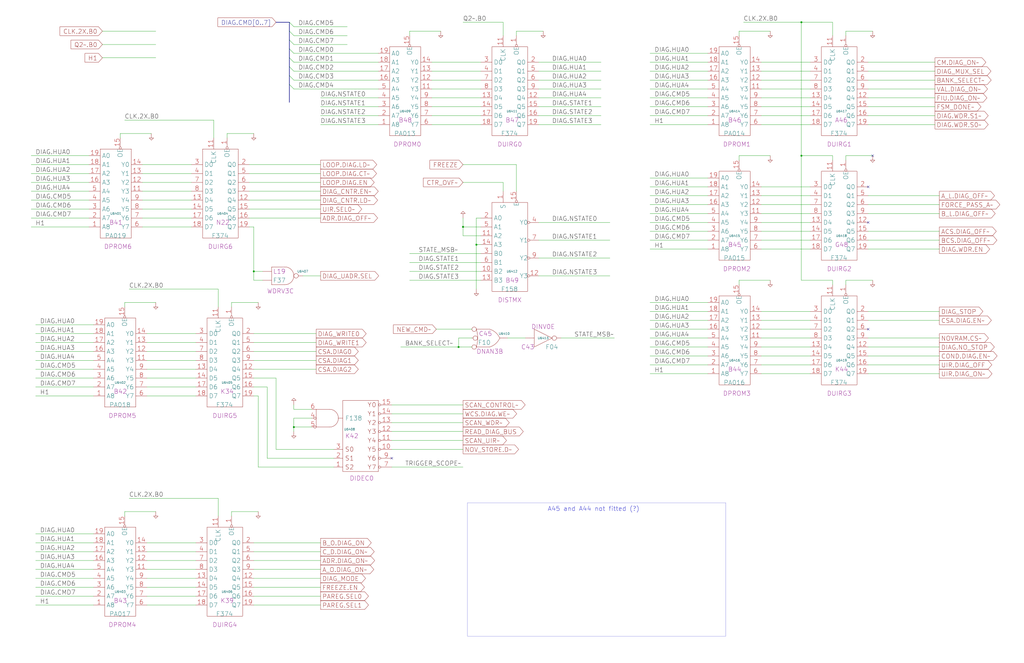
<source format=kicad_sch>
(kicad_sch (version 20230121) (generator eeschema)
  (paper "User" 584.2 378.46)
  (title_block (title "DIAGNOSTIC PROCESSOR\\nFINITE STATE MACHINE") (date "22-MAR-90") (rev "1.0") (comment 1 "VALUE") (comment 2 "232-003063") (comment 3 "S400") (comment 4 "RELEASED"))
  (lib_symbols
    (symbol "r1000:F04" (pin_numbers hide) (pin_names hide)
      (property "Reference" "U" (at 0 0 0))
      (property "Value" "F04" (at 1.27 -5.08 0))
      (property "Location" "___" (at -12.7 -5.08 0))
      (property "Name" "______" (at 0 5.08 0))
      (symbol "F04_1_1"
        (pin input line (at -10.16 0 0) (length 2.54) (name "D0") (number "1"))
        (pin output line (at 10.16 0 180) (length 2.54) (name "Q") (number "2"))
      )
    )
    (symbol "r1000:F10" (pin_numbers hide) (pin_names hide)
      (property "Reference" "U" (at 13.335 0 0))
      (property "Value" "F10" (at 5.715 -5.08 0))
      (property "Location" "___" (at -1.27 0 0))
      (property "Name" "______" (at -2.54 -10.16 0))
      (symbol "F10_1_1"
        (pin input line (at -5.08 2.54 0) (length 2.54) (name "D0") (number "1"))
        (pin input line (at -5.08 -2.54 0) (length 2.54) (name "D1") (number "2"))
        (pin input line (at -5.08 -7.62 0) (length 2.54) (name "D2") (number "3"))
        (pin output line (at 15.24 -2.54 180) (length 2.54) (name "Q") (number "4"))
      )
      (symbol "F10_1_2"
        (pin input line (at -5.08 2.54 0) (length 0) (name "D0") (number "1"))
        (pin input line (at -5.08 -2.54 0) (length 0) (name "D1") (number "2"))
        (pin input line (at -5.08 -7.62 0) (length 0) (name "D2") (number "3"))
        (pin output line (at 15.24 -2.54 180) (length 2.54) (name "Q") (number "4"))
      )
    )
    (symbol "r1000:F138" (pin_names (offset 1.016) hide)
      (property "Reference" "U" (at 1.27 3.81 0))
      (property "Value" "F138" (at -1.27 10.16 0))
      (property "Location" "___" (at -1.27 0 0))
      (property "Name" "______" (at 8.255 -24.13 0))
      (symbol "F138_1_1"
        (text "0" (at 2.54 -7.62 0) (effects (font (size 2.54 2.54))))
        (text "0" (at 15.24 17.78 0) (effects (font (size 2.54 2.54))))
        (text "1" (at 2.54 -12.7 0) (effects (font (size 2.54 2.54))))
        (text "1" (at 15.24 12.7 0) (effects (font (size 2.54 2.54))))
        (text "2" (at 2.54 -17.78 0) (effects (font (size 2.54 2.54))))
        (text "2" (at 15.24 7.62 0) (effects (font (size 2.54 2.54))))
        (text "3" (at 15.24 2.54 0) (effects (font (size 2.54 2.54))))
        (text "4" (at 15.24 -2.54 0) (effects (font (size 2.54 2.54))))
        (text "5" (at 15.24 -7.62 0) (effects (font (size 2.54 2.54))))
        (text "6" (at 15.24 -12.7 0) (effects (font (size 2.54 2.54))))
        (text "7" (at 15.24 -17.78 0) (effects (font (size 2.54 2.54))))
        (text "S" (at 0 -17.78 0) (effects (font (size 2.54 2.54))))
        (text "S" (at 0 -12.7 0) (effects (font (size 2.54 2.54))))
        (text "S" (at 0 -7.62 0) (effects (font (size 2.54 2.54))))
        (text "Y" (at 12.7 -17.78 0) (effects (font (size 2.54 2.54))))
        (text "Y" (at 12.7 -12.7 0) (effects (font (size 2.54 2.54))))
        (text "Y" (at 12.7 -7.62 0) (effects (font (size 2.54 2.54))))
        (text "Y" (at 12.7 -2.54 0) (effects (font (size 2.54 2.54))))
        (text "Y" (at 12.7 2.54 0) (effects (font (size 2.54 2.54))))
        (text "Y" (at 12.7 7.62 0) (effects (font (size 2.54 2.54))))
        (text "Y" (at 12.7 12.7 0) (effects (font (size 2.54 2.54))))
        (text "Y" (at 12.7 17.78 0) (effects (font (size 2.54 2.54))))
        (pin input line (at -7.62 -17.78 0) (length 5.08) (name "S2") (number "1"))
        (pin output line (at 25.4 -7.62 180) (length 6.35) (name "Y5_") (number "10"))
        (pin output line (at 25.4 -2.54 180) (length 6.35) (name "Y4_") (number "11"))
        (pin output line (at 25.4 2.54 180) (length 6.35) (name "Y3_") (number "12"))
        (pin output line (at 25.4 7.62 180) (length 6.35) (name "Y2_") (number "13"))
        (pin output line (at 25.4 12.7 180) (length 6.35) (name "Y1_") (number "14"))
        (pin output line (at 25.4 17.78 180) (length 6.35) (name "Y0_") (number "15"))
        (pin input line (at -7.62 -12.7 0) (length 5.08) (name "S1") (number "2"))
        (pin input line (at -7.62 -7.62 0) (length 5.08) (name "S0") (number "3"))
        (pin input line (at -20.32 10.16 0) (length 1.27) (name "D1") (number "4"))
        (pin input line (at -20.32 5.08 0) (length 1.27) (name "D2") (number "5"))
        (pin input line (at -20.32 15.24 0) (length 1.27) (name "D0") (number "6"))
        (pin output line (at 25.4 -17.78 180) (length 6.35) (name "Y7_") (number "7"))
        (pin output line (at 25.4 -12.7 180) (length 6.35) (name "Y6_") (number "9"))
      )
    )
    (symbol "r1000:F158" (pin_names (offset 1.016))
      (property "Reference" "U" (at 2.54 5.08 0))
      (property "Value" "F158" (at -3.81 -5.08 0))
      (property "Location" "___" (at -1.27 0 0))
      (property "Name" "______" (at 1.27 -12.7 0))
      (symbol "F158_1_1"
        (pin input line (at -2.54 50.8 270) (length 6.35) (name "S") (number "1"))
        (pin input line (at -15.24 5.08 0) (length 6.35) (name "B2") (number "10"))
        (pin input line (at -15.24 25.4 0) (length 6.35) (name "A2") (number "11"))
        (pin output line (at 17.78 2.54 180) (length 5.08) (name "Y3") (number "12"))
        (pin input line (at -15.24 0 0) (length 6.35) (name "B3") (number "13"))
        (pin input line (at -15.24 20.32 0) (length 6.35) (name "A3") (number "14"))
        (pin input line (at 5.08 50.8 270) (length 5.08) (name "E") (number "15"))
        (pin input line (at -15.24 35.56 0) (length 6.35) (name "A0") (number "2"))
        (pin input line (at -15.24 15.24 0) (length 6.35) (name "B0") (number "3"))
        (pin output line (at 17.78 33.02 180) (length 5.08) (name "Y0") (number "4"))
        (pin input line (at -15.24 30.48 0) (length 6.35) (name "A1") (number "5"))
        (pin input line (at -15.24 10.16 0) (length 6.35) (name "B1") (number "6"))
        (pin output line (at 17.78 22.86 180) (length 5.08) (name "Y1") (number "7"))
        (pin output line (at 17.78 12.7 180) (length 5.08) (name "Y2") (number "9"))
      )
    )
    (symbol "r1000:F37" (pin_numbers hide) (pin_names (offset 0) hide)
      (property "Reference" "U" (at 15.24 0 0))
      (property "Value" "F37" (at 1.905 -5.08 0))
      (property "Location" "___" (at 1.905 0 0))
      (property "Name" "______" (at 2.54 -12.7 0))
      (symbol "F37_1_1"
        (pin input line (at -7.62 0 0) (length 5.08) (name "D0") (number "1"))
        (pin input line (at -7.62 -5.08 0) (length 5.08) (name "D1") (number "2"))
        (pin output line (at 15.24 -2.54 180) (length 2.54) (name "Q") (number "3"))
      )
      (symbol "F37_1_2"
        (pin input line (at -7.62 0 0) (length 2.54) (name "D0") (number "1"))
        (pin input line (at -7.62 -5.08 0) (length 2.54) (name "D1") (number "2"))
        (pin output line (at 15.24 -2.54 180) (length 5.08) (name "Q") (number "3"))
      )
    )
    (symbol "r1000:F374" (pin_names (offset 1.016))
      (property "Reference" "U" (at 2.54 5.08 0))
      (property "Value" "F374" (at -3.81 -7.62 0))
      (property "Location" "___" (at -1.27 0 0))
      (property "Name" "______" (at 1.27 -15.24 0))
      (symbol "F374_1_1"
        (pin input line (at 5.08 48.26 270) (length 5.08) (name "OE") (number "1"))
        (pin input line (at -2.54 48.26 270) (length 6.35) (name "CLK") (number "11"))
        (pin tri_state line (at 17.78 12.7 180) (length 6.35) (name "Q4") (number "12"))
        (pin input line (at -15.24 12.7 0) (length 6.35) (name "D4") (number "13"))
        (pin input line (at -15.24 7.62 0) (length 6.35) (name "D5") (number "14"))
        (pin tri_state line (at 17.78 7.62 180) (length 6.35) (name "Q5") (number "15"))
        (pin tri_state line (at 17.78 2.54 180) (length 6.35) (name "Q6") (number "16"))
        (pin input line (at -15.24 2.54 0) (length 6.35) (name "D6") (number "17"))
        (pin input line (at -15.24 -2.54 0) (length 6.35) (name "D7") (number "18"))
        (pin tri_state line (at 17.78 -2.54 180) (length 6.35) (name "Q7") (number "19"))
        (pin tri_state line (at 17.78 33.02 180) (length 6.35) (name "Q0") (number "2"))
        (pin input line (at -15.24 33.02 0) (length 6.35) (name "D0") (number "3"))
        (pin input line (at -15.24 27.94 0) (length 6.35) (name "D1") (number "4"))
        (pin tri_state line (at 17.78 27.94 180) (length 6.35) (name "Q1") (number "5"))
        (pin tri_state line (at 17.78 22.86 180) (length 6.35) (name "Q2") (number "6"))
        (pin input line (at -15.24 22.86 0) (length 6.35) (name "D2") (number "7"))
        (pin input line (at -15.24 17.78 0) (length 6.35) (name "D3") (number "8"))
        (pin tri_state line (at 17.78 17.78 180) (length 6.35) (name "Q3") (number "9"))
      )
    )
    (symbol "r1000:PAxxx" (pin_names (offset 1.016))
      (property "Reference" "U" (at 2.54 5.08 0))
      (property "Value" "PAxxx" (at -3.81 -7.62 0))
      (property "Location" "___" (at -1.27 0 0))
      (property "Name" "______" (at 3.81 -15.24 0))
      (symbol "PAxxx_1_1"
        (pin input line (at -12.7 -2.54 0) (length 6.35) (name "A8") (number "1"))
        (pin tri_state line (at 17.78 17.78 180) (length 6.35) (name "Y3") (number "11"))
        (pin tri_state line (at 17.78 22.86 180) (length 6.35) (name "Y2") (number "12"))
        (pin tri_state line (at 17.78 27.94 180) (length 6.35) (name "Y1") (number "13"))
        (pin tri_state line (at 17.78 33.02 180) (length 6.35) (name "Y0") (number "14"))
        (pin input line (at 5.08 48.26 270) (length 5.08) (name "OE") (number "15"))
        (pin input line (at -12.7 22.86 0) (length 6.35) (name "A3") (number "16"))
        (pin input line (at -12.7 27.94 0) (length 6.35) (name "A2") (number "17"))
        (pin input line (at -12.7 33.02 0) (length 6.35) (name "A1") (number "18"))
        (pin input line (at -12.7 38.1 0) (length 6.35) (name "A0") (number "19"))
        (pin input line (at -12.7 2.54 0) (length 6.35) (name "A7") (number "2"))
        (pin input line (at -12.7 7.62 0) (length 6.35) (name "A6") (number "3"))
        (pin input line (at -12.7 12.7 0) (length 6.35) (name "A5") (number "4"))
        (pin input line (at -12.7 17.78 0) (length 6.35) (name "A4") (number "5"))
        (pin tri_state line (at 17.78 -2.54 180) (length 6.35) (name "Y7") (number "6"))
        (pin tri_state line (at 17.78 2.54 180) (length 6.35) (name "Y6") (number "7"))
        (pin tri_state line (at 17.78 7.62 180) (length 6.35) (name "Y5") (number "8"))
        (pin tri_state line (at 17.78 12.7 180) (length 6.35) (name "Y4") (number "9"))
      )
    )
    (symbol "r1000:PD" (power) (pin_numbers hide) (pin_names hide) (in_bom no)
      (symbol "PD_1_1"
        (pin power_in line (at 0 0 270) (length 2.54) (name "PD") (number "1"))
      )
    )
    (symbol "r1000:PU" (power) (pin_numbers hide) (pin_names hide)
      (symbol "PU_1_1"
        (pin power_in line (at 0 0 90) (length 2.54) (name "PU") (number "1"))
      )
    )
  )
  (junction (at 457.2 12.7))
  (junction (at 264.16 129.54))
  (junction (at 144.78 154.94))
  (junction (at 261.62 198.12))
  (junction (at 167.64 243.84))
  (junction (at 457.2 88.9))
  (junction (at 271.78 139.7))
  (no_connect (at 497.84 88.9))
  (no_connect (at 223.52 261.62))
  (no_connect (at 495.3 127))
  (no_connect (at 495.3 106.68))
  (no_connect (at 495.3 187.96))
  (bus_entry (at 165.1 33.02) (size 2.54 2.54))
  (bus_entry (at 165.1 22.86) (size 2.54 2.54))
  (bus_entry (at 165.1 48.26) (size 2.54 2.54))
  (bus_entry (at 165.1 17.78) (size 2.54 2.54))
  (bus_entry (at 165.1 43.18) (size 2.54 2.54))
  (bus_entry (at 165.1 27.94) (size 2.54 2.54))
  (bus_entry (at 165.1 12.7) (size 2.54 2.54))
  (bus_entry (at 165.1 38.1) (size 2.54 2.54))
  (wire (pts (xy 274.32 124.46) (xy 271.78 124.46)))
  (wire (pts (xy 20.32 185.42) (xy 53.34 185.42)))
  (wire (pts (xy 495.3 116.84) (xy 535.94 116.84)))
  (wire (pts (xy 144.78 190.5) (xy 180.34 190.5)))
  (wire (pts (xy 439.42 160.02) (xy 421.64 160.02)))
  (wire (pts (xy 434.34 187.96) (xy 462.28 187.96)))
  (wire (pts (xy 497.84 88.9) (xy 482.6 88.9)))
  (wire (pts (xy 233.68 160.02) (xy 274.32 160.02)))
  (wire (pts (xy 495.3 55.88) (xy 533.4 55.88)))
  (wire (pts (xy 142.24 109.22) (xy 182.88 109.22)))
  (wire (pts (xy 495.3 177.8) (xy 535.94 177.8)))
  (wire (pts (xy 495.3 142.24) (xy 535.94 142.24)))
  (wire (pts (xy 132.08 172.72) (xy 132.08 175.26)))
  (wire (pts (xy 157.48 215.9) (xy 144.78 215.9)))
  (wire (pts (xy 182.88 71.12) (xy 215.9 71.12)))
  (wire (pts (xy 495.3 203.2) (xy 535.94 203.2)))
  (wire (pts (xy 495.3 71.12) (xy 533.4 71.12)))
  (wire (pts (xy 83.82 340.36) (xy 111.76 340.36)))
  (bus (pts (xy 157.48 12.7) (xy 165.1 12.7)))
  (wire (pts (xy 307.34 55.88) (xy 342.9 55.88)))
  (wire (pts (xy 434.34 55.88) (xy 462.28 55.88)))
  (wire (pts (xy 439.42 88.9) (xy 421.64 88.9)))
  (wire (pts (xy 482.6 88.9) (xy 482.6 91.44)))
  (wire (pts (xy 246.38 60.96) (xy 274.32 60.96)))
  (wire (pts (xy 17.78 93.98) (xy 50.8 93.98)))
  (wire (pts (xy 320.04 193.04) (xy 350.52 193.04)))
  (wire (pts (xy 434.34 121.92) (xy 462.28 121.92)))
  (wire (pts (xy 289.56 193.04) (xy 299.72 193.04)))
  (wire (pts (xy 370.84 50.8) (xy 403.86 50.8)))
  (wire (pts (xy 370.84 193.04) (xy 403.86 193.04)))
  (bus (pts (xy 165.1 17.78) (xy 165.1 22.86)))
  (wire (pts (xy 370.84 203.2) (xy 403.86 203.2)))
  (wire (pts (xy 370.84 111.76) (xy 403.86 111.76)))
  (bus (pts (xy 165.1 27.94) (xy 165.1 33.02)))
  (wire (pts (xy 83.82 190.5) (xy 111.76 190.5)))
  (wire (pts (xy 147.32 226.06) (xy 144.78 226.06)))
  (wire (pts (xy 223.52 256.54) (xy 264.16 256.54)))
  (wire (pts (xy 495.3 137.16) (xy 535.94 137.16)))
  (wire (pts (xy 167.64 40.64) (xy 215.9 40.64)))
  (wire (pts (xy 182.88 66.04) (xy 215.9 66.04)))
  (wire (pts (xy 233.68 17.78) (xy 233.68 20.32)))
  (wire (pts (xy 83.82 330.2) (xy 111.76 330.2)))
  (wire (pts (xy 144.78 345.44) (xy 182.88 345.44)))
  (wire (pts (xy 307.34 35.56) (xy 342.9 35.56)))
  (wire (pts (xy 434.34 203.2) (xy 462.28 203.2)))
  (wire (pts (xy 246.38 71.12) (xy 274.32 71.12)))
  (wire (pts (xy 223.52 236.22) (xy 264.16 236.22)))
  (wire (pts (xy 434.34 177.8) (xy 462.28 177.8)))
  (wire (pts (xy 144.78 340.36) (xy 182.88 340.36)))
  (wire (pts (xy 264.16 12.7) (xy 287.02 12.7)))
  (wire (pts (xy 370.84 66.04) (xy 403.86 66.04)))
  (wire (pts (xy 182.88 60.96) (xy 215.9 60.96)))
  (wire (pts (xy 474.98 91.44) (xy 474.98 88.9)))
  (wire (pts (xy 83.82 325.12) (xy 111.76 325.12)))
  (bus (pts (xy 165.1 43.18) (xy 165.1 48.26)))
  (wire (pts (xy 144.78 210.82) (xy 180.34 210.82)))
  (wire (pts (xy 495.3 111.76) (xy 535.94 111.76)))
  (wire (pts (xy 177.8 233.68) (xy 167.64 233.68)))
  (wire (pts (xy 142.24 114.3) (xy 182.88 114.3)))
  (wire (pts (xy 370.84 213.36) (xy 403.86 213.36)))
  (wire (pts (xy 223.52 251.46) (xy 264.16 251.46)))
  (wire (pts (xy 83.82 205.74) (xy 111.76 205.74)))
  (bus (pts (xy 165.1 33.02) (xy 165.1 38.1)))
  (wire (pts (xy 20.32 226.06) (xy 53.34 226.06)))
  (wire (pts (xy 81.28 124.46) (xy 109.22 124.46)))
  (wire (pts (xy 246.38 55.88) (xy 274.32 55.88)))
  (wire (pts (xy 497.84 17.78) (xy 482.6 17.78)))
  (wire (pts (xy 17.78 129.54) (xy 50.8 129.54)))
  (wire (pts (xy 144.78 195.58) (xy 180.34 195.58)))
  (wire (pts (xy 20.32 314.96) (xy 53.34 314.96)))
  (wire (pts (xy 147.32 266.7) (xy 147.32 226.06)))
  (wire (pts (xy 167.64 35.56) (xy 215.9 35.56)))
  (wire (pts (xy 83.82 335.28) (xy 111.76 335.28)))
  (wire (pts (xy 223.52 241.3) (xy 264.16 241.3)))
  (wire (pts (xy 274.32 134.62) (xy 264.16 134.62)))
  (wire (pts (xy 495.3 213.36) (xy 535.94 213.36)))
  (wire (pts (xy 269.24 193.04) (xy 261.62 193.04)))
  (wire (pts (xy 261.62 198.12) (xy 269.24 198.12)))
  (wire (pts (xy 124.46 175.26) (xy 124.46 165.1)))
  (wire (pts (xy 81.28 114.3) (xy 109.22 114.3)))
  (wire (pts (xy 17.78 104.14) (xy 50.8 104.14)))
  (wire (pts (xy 20.32 190.5) (xy 53.34 190.5)))
  (wire (pts (xy 81.28 119.38) (xy 109.22 119.38)))
  (wire (pts (xy 482.6 160.02) (xy 482.6 162.56)))
  (wire (pts (xy 434.34 182.88) (xy 462.28 182.88)))
  (wire (pts (xy 495.3 121.92) (xy 535.94 121.92)))
  (wire (pts (xy 81.28 104.14) (xy 109.22 104.14)))
  (wire (pts (xy 264.16 129.54) (xy 264.16 124.46)))
  (wire (pts (xy 144.78 200.66) (xy 180.34 200.66)))
  (wire (pts (xy 20.32 320.04) (xy 53.34 320.04)))
  (wire (pts (xy 434.34 208.28) (xy 462.28 208.28)))
  (wire (pts (xy 495.3 60.96) (xy 533.4 60.96)))
  (wire (pts (xy 421.64 17.78) (xy 421.64 20.32)))
  (wire (pts (xy 457.2 88.9) (xy 457.2 160.02)))
  (wire (pts (xy 434.34 66.04) (xy 462.28 66.04)))
  (wire (pts (xy 20.32 205.74) (xy 53.34 205.74)))
  (wire (pts (xy 495.3 198.12) (xy 535.94 198.12)))
  (wire (pts (xy 233.68 149.86) (xy 274.32 149.86)))
  (wire (pts (xy 71.12 172.72) (xy 71.12 175.26)))
  (wire (pts (xy 142.24 93.98) (xy 182.88 93.98)))
  (wire (pts (xy 434.34 111.76) (xy 462.28 111.76)))
  (wire (pts (xy 495.3 50.8) (xy 533.4 50.8)))
  (wire (pts (xy 167.64 50.8) (xy 215.9 50.8)))
  (wire (pts (xy 495.3 45.72) (xy 533.4 45.72)))
  (wire (pts (xy 81.28 129.54) (xy 109.22 129.54)))
  (wire (pts (xy 81.28 99.06) (xy 109.22 99.06)))
  (wire (pts (xy 144.78 330.2) (xy 182.88 330.2)))
  (wire (pts (xy 142.24 124.46) (xy 182.88 124.46)))
  (wire (pts (xy 142.24 104.14) (xy 182.88 104.14)))
  (wire (pts (xy 132.08 292.1) (xy 132.08 294.64)))
  (wire (pts (xy 144.78 154.94) (xy 144.78 129.54)))
  (wire (pts (xy 83.82 314.96) (xy 111.76 314.96)))
  (wire (pts (xy 83.82 200.66) (xy 111.76 200.66)))
  (wire (pts (xy 144.78 325.12) (xy 182.88 325.12)))
  (wire (pts (xy 172.72 157.48) (xy 182.88 157.48)))
  (wire (pts (xy 167.64 231.14) (xy 167.64 233.68)))
  (wire (pts (xy 246.38 50.8) (xy 274.32 50.8)))
  (wire (pts (xy 370.84 182.88) (xy 403.86 182.88)))
  (wire (pts (xy 495.3 182.88) (xy 535.94 182.88)))
  (wire (pts (xy 144.78 76.2) (xy 129.54 76.2)))
  (wire (pts (xy 83.82 226.06) (xy 111.76 226.06)))
  (wire (pts (xy 370.84 106.68) (xy 403.86 106.68)))
  (wire (pts (xy 88.9 292.1) (xy 71.12 292.1)))
  (wire (pts (xy 142.24 99.06) (xy 182.88 99.06)))
  (wire (pts (xy 129.54 76.2) (xy 129.54 78.74)))
  (wire (pts (xy 233.68 144.78) (xy 274.32 144.78)))
  (wire (pts (xy 88.9 172.72) (xy 71.12 172.72)))
  (wire (pts (xy 370.84 198.12) (xy 403.86 198.12)))
  (wire (pts (xy 20.32 210.82) (xy 53.34 210.82)))
  (wire (pts (xy 424.18 12.7) (xy 457.2 12.7)))
  (wire (pts (xy 81.28 93.98) (xy 109.22 93.98)))
  (wire (pts (xy 370.84 187.96) (xy 403.86 187.96)))
  (wire (pts (xy 307.34 50.8) (xy 342.9 50.8)))
  (wire (pts (xy 20.32 340.36) (xy 53.34 340.36)))
  (wire (pts (xy 83.82 320.04) (xy 111.76 320.04)))
  (wire (pts (xy 20.32 200.66) (xy 53.34 200.66)))
  (wire (pts (xy 167.64 238.76) (xy 167.64 243.84)))
  (wire (pts (xy 144.78 220.98) (xy 152.4 220.98)))
  (wire (pts (xy 20.32 330.2) (xy 53.34 330.2)))
  (wire (pts (xy 434.34 213.36) (xy 462.28 213.36)))
  (wire (pts (xy 482.6 17.78) (xy 482.6 20.32)))
  (polyline (pts (xy 266.7 287.02) (xy 414.02 287.02)) (stroke (width 0.0243)))
  (wire (pts (xy 58.42 17.78) (xy 88.9 17.78)))
  (wire (pts (xy 71.12 68.58) (xy 121.92 68.58)))
  (wire (pts (xy 370.84 71.12) (xy 403.86 71.12)))
  (bus (pts (xy 165.1 48.26) (xy 165.1 58.42)))
  (wire (pts (xy 83.82 210.82) (xy 111.76 210.82)))
  (wire (pts (xy 495.3 40.64) (xy 533.4 40.64)))
  (wire (pts (xy 474.98 162.56) (xy 474.98 160.02)))
  (wire (pts (xy 68.58 76.2) (xy 68.58 78.74)))
  (wire (pts (xy 495.3 66.04) (xy 533.4 66.04)))
  (wire (pts (xy 251.46 17.78) (xy 233.68 17.78)))
  (wire (pts (xy 474.98 160.02) (xy 457.2 160.02)))
  (wire (pts (xy 147.32 292.1) (xy 132.08 292.1)))
  (wire (pts (xy 20.32 345.44) (xy 53.34 345.44)))
  (wire (pts (xy 167.64 20.32) (xy 198.12 20.32)))
  (wire (pts (xy 83.82 309.88) (xy 111.76 309.88)))
  (wire (pts (xy 17.78 88.9) (xy 50.8 88.9)))
  (wire (pts (xy 307.34 127) (xy 347.98 127)))
  (wire (pts (xy 294.64 109.22) (xy 294.64 93.98)))
  (wire (pts (xy 271.78 139.7) (xy 271.78 165.1)))
  (wire (pts (xy 261.62 193.04) (xy 261.62 198.12)))
  (wire (pts (xy 495.3 193.04) (xy 535.94 193.04)))
  (wire (pts (xy 495.3 132.08) (xy 535.94 132.08)))
  (wire (pts (xy 271.78 124.46) (xy 271.78 139.7)))
  (wire (pts (xy 144.78 160.02) (xy 144.78 154.94)))
  (wire (pts (xy 434.34 45.72) (xy 462.28 45.72)))
  (wire (pts (xy 83.82 215.9) (xy 111.76 215.9)))
  (wire (pts (xy 370.84 35.56) (xy 403.86 35.56)))
  (wire (pts (xy 370.84 45.72) (xy 403.86 45.72)))
  (wire (pts (xy 152.4 261.62) (xy 190.5 261.62)))
  (wire (pts (xy 370.84 121.92) (xy 403.86 121.92)))
  (wire (pts (xy 434.34 142.24) (xy 462.28 142.24)))
  (wire (pts (xy 264.16 129.54) (xy 274.32 129.54)))
  (wire (pts (xy 81.28 109.22) (xy 109.22 109.22)))
  (wire (pts (xy 370.84 116.84) (xy 403.86 116.84)))
  (wire (pts (xy 157.48 256.54) (xy 157.48 215.9)))
  (wire (pts (xy 20.32 309.88) (xy 53.34 309.88)))
  (wire (pts (xy 144.78 314.96) (xy 182.88 314.96)))
  (wire (pts (xy 370.84 60.96) (xy 403.86 60.96)))
  (wire (pts (xy 434.34 137.16) (xy 462.28 137.16)))
  (wire (pts (xy 307.34 147.32) (xy 347.98 147.32)))
  (wire (pts (xy 421.64 160.02) (xy 421.64 162.56)))
  (wire (pts (xy 434.34 40.64) (xy 462.28 40.64)))
  (wire (pts (xy 246.38 45.72) (xy 274.32 45.72)))
  (wire (pts (xy 457.2 12.7) (xy 457.2 88.9)))
  (wire (pts (xy 223.52 266.7) (xy 264.16 266.7)))
  (wire (pts (xy 17.78 109.22) (xy 50.8 109.22)))
  (wire (pts (xy 144.78 205.74) (xy 180.34 205.74)))
  (wire (pts (xy 370.84 101.6) (xy 403.86 101.6)))
  (wire (pts (xy 83.82 220.98) (xy 111.76 220.98)))
  (wire (pts (xy 248.92 187.96) (xy 269.24 187.96)))
  (wire (pts (xy 457.2 88.9) (xy 474.98 88.9)))
  (wire (pts (xy 264.16 134.62) (xy 264.16 129.54)))
  (wire (pts (xy 370.84 40.64) (xy 403.86 40.64)))
  (wire (pts (xy 434.34 132.08) (xy 462.28 132.08)))
  (wire (pts (xy 307.34 60.96) (xy 342.9 60.96)))
  (wire (pts (xy 474.98 20.32) (xy 474.98 12.7)))
  (wire (pts (xy 370.84 127) (xy 403.86 127)))
  (wire (pts (xy 287.02 20.32) (xy 287.02 12.7)))
  (wire (pts (xy 370.84 172.72) (xy 403.86 172.72)))
  (wire (pts (xy 167.64 45.72) (xy 215.9 45.72)))
  (wire (pts (xy 309.88 17.78) (xy 294.64 17.78)))
  (wire (pts (xy 434.34 50.8) (xy 462.28 50.8)))
  (wire (pts (xy 434.34 127) (xy 462.28 127)))
  (wire (pts (xy 20.32 335.28) (xy 53.34 335.28)))
  (wire (pts (xy 142.24 119.38) (xy 182.88 119.38)))
  (wire (pts (xy 421.64 88.9) (xy 421.64 91.44)))
  (polyline (pts (xy 414.02 363.22) (xy 266.7 363.22)) (stroke (width 0.0243)))
  (wire (pts (xy 370.84 132.08) (xy 403.86 132.08)))
  (wire (pts (xy 73.66 284.48) (xy 124.46 284.48)))
  (wire (pts (xy 144.78 335.28) (xy 182.88 335.28)))
  (wire (pts (xy 167.64 243.84) (xy 167.64 246.38)))
  (wire (pts (xy 246.38 35.56) (xy 274.32 35.56)))
  (wire (pts (xy 434.34 35.56) (xy 462.28 35.56)))
  (wire (pts (xy 264.16 104.14) (xy 287.02 104.14)))
  (wire (pts (xy 124.46 294.64) (xy 124.46 284.48)))
  (wire (pts (xy 294.64 17.78) (xy 294.64 20.32)))
  (wire (pts (xy 287.02 109.22) (xy 287.02 104.14)))
  (wire (pts (xy 434.34 193.04) (xy 462.28 193.04)))
  (wire (pts (xy 149.86 160.02) (xy 144.78 160.02)))
  (wire (pts (xy 271.78 139.7) (xy 274.32 139.7)))
  (wire (pts (xy 190.5 266.7) (xy 147.32 266.7)))
  (wire (pts (xy 20.32 304.8) (xy 53.34 304.8)))
  (wire (pts (xy 58.42 25.4) (xy 88.9 25.4)))
  (wire (pts (xy 20.32 220.98) (xy 53.34 220.98)))
  (wire (pts (xy 246.38 66.04) (xy 274.32 66.04)))
  (wire (pts (xy 370.84 142.24) (xy 403.86 142.24)))
  (wire (pts (xy 370.84 137.16) (xy 403.86 137.16)))
  (bus (pts (xy 165.1 38.1) (xy 165.1 43.18)))
  (wire (pts (xy 83.82 195.58) (xy 111.76 195.58)))
  (wire (pts (xy 439.42 17.78) (xy 421.64 17.78)))
  (wire (pts (xy 58.42 33.02) (xy 88.9 33.02)))
  (wire (pts (xy 307.34 71.12) (xy 342.9 71.12)))
  (wire (pts (xy 434.34 71.12) (xy 462.28 71.12)))
  (wire (pts (xy 223.52 231.14) (xy 264.16 231.14)))
  (wire (pts (xy 71.12 292.1) (xy 71.12 294.64)))
  (wire (pts (xy 142.24 129.54) (xy 144.78 129.54)))
  (wire (pts (xy 307.34 137.16) (xy 347.98 137.16)))
  (wire (pts (xy 167.64 15.24) (xy 198.12 15.24)))
  (wire (pts (xy 20.32 195.58) (xy 53.34 195.58)))
  (wire (pts (xy 167.64 25.4) (xy 198.12 25.4)))
  (wire (pts (xy 228.6 198.12) (xy 261.62 198.12)))
  (wire (pts (xy 17.78 119.38) (xy 50.8 119.38)))
  (wire (pts (xy 147.32 172.72) (xy 132.08 172.72)))
  (wire (pts (xy 370.84 177.8) (xy 403.86 177.8)))
  (wire (pts (xy 17.78 124.46) (xy 50.8 124.46)))
  (wire (pts (xy 434.34 60.96) (xy 462.28 60.96)))
  (polyline (pts (xy 414.02 287.02) (xy 414.02 363.22)) (stroke (width 0.0243)))
  (wire (pts (xy 223.52 246.38) (xy 264.16 246.38)))
  (wire (pts (xy 167.64 30.48) (xy 215.9 30.48)))
  (wire (pts (xy 434.34 198.12) (xy 462.28 198.12)))
  (wire (pts (xy 83.82 345.44) (xy 111.76 345.44)))
  (wire (pts (xy 495.3 208.28) (xy 535.94 208.28)))
  (wire (pts (xy 370.84 55.88) (xy 403.86 55.88)))
  (wire (pts (xy 264.16 93.98) (xy 294.64 93.98)))
  (wire (pts (xy 17.78 114.3) (xy 50.8 114.3)))
  (wire (pts (xy 121.92 78.74) (xy 121.92 68.58)))
  (wire (pts (xy 307.34 40.64) (xy 342.9 40.64)))
  (wire (pts (xy 152.4 220.98) (xy 152.4 261.62)))
  (wire (pts (xy 73.66 165.1) (xy 124.46 165.1)))
  (wire (pts (xy 177.8 238.76) (xy 167.64 238.76)))
  (bus (pts (xy 165.1 12.7) (xy 165.1 17.78)))
  (wire (pts (xy 20.32 325.12) (xy 53.34 325.12)))
  (wire (pts (xy 370.84 30.48) (xy 403.86 30.48)))
  (wire (pts (xy 144.78 320.04) (xy 182.88 320.04)))
  (polyline (pts (xy 266.7 287.02) (xy 266.7 363.22)) (stroke (width 0.0243)))
  (wire (pts (xy 20.32 215.9) (xy 53.34 215.9)))
  (wire (pts (xy 307.34 66.04) (xy 342.9 66.04)))
  (wire (pts (xy 307.34 45.72) (xy 342.9 45.72)))
  (wire (pts (xy 233.68 154.94) (xy 274.32 154.94)))
  (wire (pts (xy 86.36 76.2) (xy 68.58 76.2)))
  (wire (pts (xy 246.38 40.64) (xy 274.32 40.64)))
  (wire (pts (xy 370.84 208.28) (xy 403.86 208.28)))
  (wire (pts (xy 190.5 256.54) (xy 157.48 256.54)))
  (wire (pts (xy 182.88 55.88) (xy 215.9 55.88)))
  (wire (pts (xy 434.34 116.84) (xy 462.28 116.84)))
  (wire (pts (xy 149.86 154.94) (xy 144.78 154.94)))
  (wire (pts (xy 307.34 157.48) (xy 347.98 157.48)))
  (wire (pts (xy 167.64 243.84) (xy 177.8 243.84)))
  (wire (pts (xy 457.2 12.7) (xy 474.98 12.7)))
  (wire (pts (xy 495.3 35.56) (xy 533.4 35.56)))
  (wire (pts (xy 17.78 99.06) (xy 50.8 99.06)))
  (bus (pts (xy 165.1 22.86) (xy 165.1 27.94)))
  (wire (pts (xy 434.34 106.68) (xy 462.28 106.68)))
  (wire (pts (xy 144.78 309.88) (xy 182.88 309.88)))
  (wire (pts (xy 497.84 160.02) (xy 482.6 160.02)))
  (text "A45 and A44 not fitted (?)" (at 312.42 292.1 0) (effects (font (size 2.54 2.54)) (justify left bottom)))
  (label "DIAG.CMD4" (at 170.18 50.8 0) (effects (font (size 2.54 2.54))))
  (label "DIAG.CMD1" (at 170.18 35.56 0) (effects (font (size 2.54 2.54))))
  (label "TRIGGER_SCOPE~" (at 231.14 266.7 0) (effects (font (size 2.54 2.54))))
  (label "DIAG.CMD6" (at 373.38 203.2 0) (effects (font (size 2.54 2.54))))
  (label "DIAG.HUA3" (at 373.38 187.96 0) (effects (font (size 2.54 2.54))))
  (label "DIAG.HUA0" (at 20.32 88.9 0) (effects (font (size 2.54 2.54))))
  (label "DIAG.HUA0" (at 373.38 172.72 0) (effects (font (size 2.54 2.54))))
  (label "DIAG.STATE2" (at 314.96 66.04 0) (effects (font (size 2.54 2.54))))
  (label "CLK.2X.B0" (at 73.66 165.1 0) (effects (font (size 2.54 2.54))))
  (label "DIAG.CMD5" (at 373.38 127 0) (effects (font (size 2.54 2.54))))
  (label "DIAG.HUA0" (at 373.38 30.48 0) (effects (font (size 2.54 2.54))))
  (label "BANK_SELECT~" (at 231.14 198.12 0) (effects (font (size 2.54 2.54))))
  (label "DIAG.HUA0" (at 22.86 185.42 0) (effects (font (size 2.54 2.54))))
  (label "H1" (at 373.38 213.36 0) (effects (font (size 2.54 2.54))))
  (label "DIAG.HUA2" (at 22.86 314.96 0) (effects (font (size 2.54 2.54))))
  (label "H1" (at 373.38 71.12 0) (effects (font (size 2.54 2.54))))
  (label "DIAG.HUA2" (at 373.38 111.76 0) (effects (font (size 2.54 2.54))))
  (label "DIAG.HUA4" (at 22.86 325.12 0) (effects (font (size 2.54 2.54))))
  (label "DIAG.HUA1" (at 373.38 177.8 0) (effects (font (size 2.54 2.54))))
  (label "DIAG.CMD7" (at 22.86 340.36 0) (effects (font (size 2.54 2.54))))
  (label "DIAG.HUA1" (at 373.38 106.68 0) (effects (font (size 2.54 2.54))))
  (label "CLK.2X.B0" (at 424.18 12.7 0) (effects (font (size 2.54 2.54))))
  (label "DIAG.STATE3" (at 238.76 160.02 0) (effects (font (size 2.54 2.54))))
  (label "DIAG.HUA4" (at 314.96 55.88 0) (effects (font (size 2.54 2.54))))
  (label "DIAG.CMD6" (at 373.38 60.96 0) (effects (font (size 2.54 2.54))))
  (label "DIAG.HUA3" (at 20.32 104.14 0) (effects (font (size 2.54 2.54))))
  (label "Q2~.B0" (at 264.16 12.7 0) (effects (font (size 2.54 2.54))))
  (label "DIAG.CMD5" (at 170.18 15.24 0) (effects (font (size 2.54 2.54))))
  (label "DIAG.STATE1" (at 314.96 60.96 0) (effects (font (size 2.54 2.54))))
  (label "DIAG.HUA0" (at 22.86 304.8 0) (effects (font (size 2.54 2.54))))
  (label "DIAG.HUA4" (at 373.38 50.8 0) (effects (font (size 2.54 2.54))))
  (label "DIAG.CMD7" (at 373.38 208.28 0) (effects (font (size 2.54 2.54))))
  (label "DIAG.HUA2" (at 20.32 99.06 0) (effects (font (size 2.54 2.54))))
  (label "DIAG.CMD6" (at 373.38 132.08 0) (effects (font (size 2.54 2.54))))
  (label "DIAG.NSTATE1" (at 314.96 137.16 0) (effects (font (size 2.54 2.54))))
  (label "H1" (at 20.32 129.54 0) (effects (font (size 2.54 2.54))))
  (label "DIAG.CMD3" (at 170.18 45.72 0) (effects (font (size 2.54 2.54))))
  (label "DIAG.CMD5" (at 373.38 198.12 0) (effects (font (size 2.54 2.54))))
  (label "DIAG.CMD5" (at 20.32 114.3 0) (effects (font (size 2.54 2.54))))
  (label "DIAG.CMD6" (at 170.18 20.32 0) (effects (font (size 2.54 2.54))))
  (label "DIAG.NSTATE0" (at 314.96 127 0) (effects (font (size 2.54 2.54))))
  (label "DIAG.STATE2" (at 238.76 154.94 0) (effects (font (size 2.54 2.54))))
  (label "DIAG.HUA2" (at 373.38 40.64 0) (effects (font (size 2.54 2.54))))
  (label "DIAG.CMD0" (at 170.18 30.48 0) (effects (font (size 2.54 2.54))))
  (label "H1" (at 22.86 345.44 0) (effects (font (size 2.54 2.54))))
  (label "H1" (at 373.38 142.24 0) (effects (font (size 2.54 2.54))))
  (label "DIAG.HUA2" (at 22.86 195.58 0) (effects (font (size 2.54 2.54))))
  (label "DIAG.CMD5" (at 373.38 55.88 0) (effects (font (size 2.54 2.54))))
  (label "DIAG.HUA1" (at 314.96 40.64 0) (effects (font (size 2.54 2.54))))
  (label "DIAG.CMD5" (at 22.86 210.82 0) (effects (font (size 2.54 2.54))))
  (label "DIAG.NSTATE3" (at 182.88 71.12 0) (effects (font (size 2.54 2.54))))
  (label "DIAG.HUA3" (at 22.86 320.04 0) (effects (font (size 2.54 2.54))))
  (label "DIAG.HUA3" (at 373.38 45.72 0) (effects (font (size 2.54 2.54))))
  (label "DIAG.CMD6" (at 22.86 215.9 0) (effects (font (size 2.54 2.54))))
  (label "DIAG.NSTATE3" (at 314.96 157.48 0) (effects (font (size 2.54 2.54))))
  (label "DIAG.HUA1" (at 20.32 93.98 0) (effects (font (size 2.54 2.54))))
  (label "DIAG.NSTATE1" (at 182.88 60.96 0) (effects (font (size 2.54 2.54))))
  (label "DIAG.HUA4" (at 373.38 121.92 0) (effects (font (size 2.54 2.54))))
  (label "CLK.2X.B0" (at 73.66 284.48 0) (effects (font (size 2.54 2.54))))
  (label "DIAG.CMD7" (at 170.18 25.4 0) (effects (font (size 2.54 2.54))))
  (label "DIAG.CMD7" (at 373.38 137.16 0) (effects (font (size 2.54 2.54))))
  (label "DIAG.STATE1" (at 238.76 149.86 0) (effects (font (size 2.54 2.54))))
  (label "DIAG.HUA3" (at 314.96 50.8 0) (effects (font (size 2.54 2.54))))
  (label "DIAG.NSTATE2" (at 314.96 147.32 0) (effects (font (size 2.54 2.54))))
  (label "DIAG.HUA1" (at 22.86 190.5 0) (effects (font (size 2.54 2.54))))
  (label "DIAG.HUA1" (at 373.38 35.56 0) (effects (font (size 2.54 2.54))))
  (label "DIAG.HUA0" (at 373.38 101.6 0) (effects (font (size 2.54 2.54))))
  (label "DIAG.HUA4" (at 373.38 193.04 0) (effects (font (size 2.54 2.54))))
  (label "DIAG.CMD7" (at 373.38 66.04 0) (effects (font (size 2.54 2.54))))
  (label "DIAG.CMD5" (at 22.86 330.2 0) (effects (font (size 2.54 2.54))))
  (label "DIAG.HUA2" (at 373.38 182.88 0) (effects (font (size 2.54 2.54))))
  (label "DIAG.HUA4" (at 20.32 109.22 0) (effects (font (size 2.54 2.54))))
  (label "DIAG.CMD2" (at 170.18 40.64 0) (effects (font (size 2.54 2.54))))
  (label "DIAG.STATE3" (at 314.96 71.12 0) (effects (font (size 2.54 2.54))))
  (label "DIAG.CMD6" (at 20.32 119.38 0) (effects (font (size 2.54 2.54))))
  (label "DIAG.HUA0" (at 314.96 35.56 0) (effects (font (size 2.54 2.54))))
  (label "DIAG.CMD6" (at 22.86 335.28 0) (effects (font (size 2.54 2.54))))
  (label "DIAG.HUA3" (at 22.86 200.66 0) (effects (font (size 2.54 2.54))))
  (label "DIAG.NSTATE2" (at 182.88 66.04 0) (effects (font (size 2.54 2.54))))
  (label "STATE_MSB~" (at 327.66 193.04 0) (effects (font (size 2.54 2.54))))
  (label "H1" (at 22.86 226.06 0) (effects (font (size 2.54 2.54))))
  (label "DIAG.HUA1" (at 22.86 309.88 0) (effects (font (size 2.54 2.54))))
  (label "CLK.2X.B0" (at 71.12 68.58 0) (effects (font (size 2.54 2.54))))
  (label "DIAG.HUA4" (at 22.86 205.74 0) (effects (font (size 2.54 2.54))))
  (label "DIAG.CMD7" (at 22.86 220.98 0) (effects (font (size 2.54 2.54))))
  (label "STATE_MSB~" (at 238.76 144.78 0) (effects (font (size 2.54 2.54))))
  (label "DIAG.HUA2" (at 314.96 45.72 0) (effects (font (size 2.54 2.54))))
  (label "DIAG.NSTATE0" (at 182.88 55.88 0) (effects (font (size 2.54 2.54))))
  (label "DIAG.CMD7" (at 20.32 124.46 0) (effects (font (size 2.54 2.54))))
  (label "DIAG.HUA3" (at 373.38 116.84 0) (effects (font (size 2.54 2.54))))
  (global_label "Q2~.B0" (shape input) (at 58.42 25.4 180) (effects (font (size 2.54 2.54))) (property "Intersheetrefs" "${INTERSHEET_REFS}" (at 40.7216 25.2413 0) (effects (font (size 1.905 1.905)) (justify right))))
  (global_label "B_L.DIAG_OFF~" (shape output) (at 535.94 121.92 0) (effects (font (size 2.54 2.54))) (property "Intersheetrefs" "${INTERSHEET_REFS}" (at 567.5479 121.7613 0) (effects (font (size 1.905 1.905)) (justify left))))
  (global_label "DIAG_CNTR.LD~" (shape output) (at 182.88 114.3 0) (effects (font (size 2.54 2.54))) (property "Intersheetrefs" "${INTERSHEET_REFS}" (at 215.2136 114.1413 0) (effects (font (size 1.905 1.905)) (justify left))))
  (global_label "CM.DIAG_ON~" (shape output) (at 533.4 35.56 0) (effects (font (size 2.54 2.54))) (property "Intersheetrefs" "${INTERSHEET_REFS}" (at 562.226 35.4013 0) (effects (font (size 1.905 1.905)) (justify left))))
  (global_label "SCAN_CONTROL~" (shape output) (at 264.16 231.14 0) (effects (font (size 2.54 2.54))) (property "Intersheetrefs" "${INTERSHEET_REFS}" (at 299.3965 230.9813 0) (effects (font (size 1.905 1.905)) (justify left))))
  (global_label "B_O.DIAG_ON" (shape output) (at 182.88 309.88 0) (effects (font (size 2.54 2.54))) (property "Intersheetrefs" "${INTERSHEET_REFS}" (at 211.585 309.7213 0) (effects (font (size 1.905 1.905)) (justify left))))
  (global_label "FIU.DIAG_ON~" (shape output) (at 533.4 55.88 0) (effects (font (size 2.54 2.54))) (property "Intersheetrefs" "${INTERSHEET_REFS}" (at 562.8307 55.7213 0) (effects (font (size 1.905 1.905)) (justify left))))
  (global_label "UIR.DIAG_ON~" (shape output) (at 535.94 213.36 0) (effects (font (size 2.54 2.54))) (property "Intersheetrefs" "${INTERSHEET_REFS}" (at 565.7336 213.2013 0) (effects (font (size 1.905 1.905)) (justify left))))
  (global_label "ACS.DIAG_OFF~" (shape output) (at 535.94 132.08 0) (effects (font (size 2.54 2.54))) (property "Intersheetrefs" "${INTERSHEET_REFS}" (at 568.1526 131.9213 0) (effects (font (size 1.905 1.905)) (justify left))))
  (global_label "DIAG.WDR.S1~" (shape output) (at 533.4 66.04 0) (effects (font (size 2.54 2.54))) (property "Intersheetrefs" "${INTERSHEET_REFS}" (at 563.5565 65.8813 0) (effects (font (size 1.905 1.905)) (justify left))))
  (global_label "A_O.DIAG_ON~" (shape output) (at 182.88 325.12 0) (effects (font (size 2.54 2.54))) (property "Intersheetrefs" "${INTERSHEET_REFS}" (at 213.0365 324.9613 0) (effects (font (size 1.905 1.905)) (justify left))))
  (global_label "DIAG.NO_STOP" (shape output) (at 535.94 198.12 0) (effects (font (size 2.54 2.54))) (property "Intersheetrefs" "${INTERSHEET_REFS}" (at 567.0641 197.9613 0) (effects (font (size 1.905 1.905)) (justify left))))
  (global_label "PAREG.SEL0" (shape output) (at 182.88 340.36 0) (effects (font (size 2.54 2.54))) (property "Intersheetrefs" "${INTERSHEET_REFS}" (at 210.0126 340.2013 0) (effects (font (size 1.905 1.905)) (justify left))))
  (global_label "SCAN_UIR~" (shape output) (at 264.16 251.46 0) (effects (font (size 2.54 2.54))) (property "Intersheetrefs" "${INTERSHEET_REFS}" (at 288.7526 251.3013 0) (effects (font (size 1.905 1.905)) (justify left))))
  (global_label "LOOP.DIAG.CT~" (shape output) (at 182.88 99.06 0) (effects (font (size 2.54 2.54))) (property "Intersheetrefs" "${INTERSHEET_REFS}" (at 214.6088 98.9013 0) (effects (font (size 1.905 1.905)) (justify left))))
  (global_label "H1" (shape input) (at 58.42 33.02 180) (effects (font (size 2.54 2.54))) (property "Intersheetrefs" "${INTERSHEET_REFS}" (at 48.7045 32.8613 0) (effects (font (size 1.905 1.905)) (justify right))))
  (global_label "FREEZE" (shape input) (at 264.16 93.98 180) (effects (font (size 2.54 2.54))) (property "Intersheetrefs" "${INTERSHEET_REFS}" (at 245.494 93.8213 0) (effects (font (size 1.905 1.905)) (justify right))))
  (global_label "BCS.DIAG_OFF~" (shape output) (at 535.94 137.16 0) (effects (font (size 2.54 2.54))) (property "Intersheetrefs" "${INTERSHEET_REFS}" (at 568.5155 137.0013 0) (effects (font (size 1.905 1.905)) (justify left))))
  (global_label "FREEZE.EN" (shape output) (at 182.88 335.28 0) (effects (font (size 2.54 2.54))) (property "Intersheetrefs" "${INTERSHEET_REFS}" (at 207.7145 335.1213 0) (effects (font (size 1.905 1.905)) (justify left))))
  (global_label "DIAG.WDR.S0~" (shape output) (at 533.4 71.12 0) (effects (font (size 2.54 2.54))) (property "Intersheetrefs" "${INTERSHEET_REFS}" (at 563.5565 70.9613 0) (effects (font (size 1.905 1.905)) (justify left))))
  (global_label "DIAG_WRITE1" (shape output) (at 180.34 195.58 0) (effects (font (size 2.54 2.54))) (property "Intersheetrefs" "${INTERSHEET_REFS}" (at 208.6822 195.4213 0) (effects (font (size 1.905 1.905)) (justify left))))
  (global_label "COND.DIAG.EN~" (shape output) (at 535.94 203.2 0) (effects (font (size 2.54 2.54))) (property "Intersheetrefs" "${INTERSHEET_REFS}" (at 568.6365 203.0413 0) (effects (font (size 1.905 1.905)) (justify left))))
  (global_label "UIR.DIAG_OFF" (shape output) (at 535.94 208.28 0) (effects (font (size 2.54 2.54))) (property "Intersheetrefs" "${INTERSHEET_REFS}" (at 565.6126 208.1213 0) (effects (font (size 1.905 1.905)) (justify left))))
  (global_label "DIAG_CNTR.EN~" (shape output) (at 182.88 109.22 0) (effects (font (size 2.54 2.54))) (property "Intersheetrefs" "${INTERSHEET_REFS}" (at 215.5765 109.0613 0) (effects (font (size 1.905 1.905)) (justify left))))
  (global_label "DIAG_MUX_SEL" (shape output) (at 533.4 40.64 0) (effects (font (size 2.54 2.54))) (property "Intersheetrefs" "${INTERSHEET_REFS}" (at 565.1288 40.4813 0) (effects (font (size 1.905 1.905)) (justify left))))
  (global_label "DIAG_UADR.SEL" (shape output) (at 182.88 157.48 0) (effects (font (size 2.54 2.54))) (property "Intersheetrefs" "${INTERSHEET_REFS}" (at 215.8184 157.3213 0) (effects (font (size 1.905 1.905)) (justify left))))
  (global_label "SCAN_WDR~" (shape output) (at 264.16 241.3 0) (effects (font (size 2.54 2.54))) (property "Intersheetrefs" "${INTERSHEET_REFS}" (at 290.325 241.1413 0) (effects (font (size 1.905 1.905)) (justify left))))
  (global_label "UIR.SEL0~" (shape output) (at 182.88 119.38 0) (effects (font (size 2.54 2.54))) (property "Intersheetrefs" "${INTERSHEET_REFS}" (at 206.1422 119.2213 0) (effects (font (size 1.905 1.905)) (justify left))))
  (global_label "BANK_SELECT~" (shape output) (at 533.4 45.72 0) (effects (font (size 2.54 2.54))) (property "Intersheetrefs" "${INTERSHEET_REFS}" (at 565.2498 45.5613 0) (effects (font (size 1.905 1.905)) (justify left))))
  (global_label "CSA.DIAG0" (shape output) (at 180.34 200.66 0) (effects (font (size 2.54 2.54))) (property "Intersheetrefs" "${INTERSHEET_REFS}" (at 204.2069 200.5013 0) (effects (font (size 1.905 1.905)) (justify left))))
  (global_label "NOV_STORE.D~" (shape output) (at 264.16 256.54 0) (effects (font (size 2.54 2.54))) (property "Intersheetrefs" "${INTERSHEET_REFS}" (at 295.6469 256.3813 0) (effects (font (size 1.905 1.905)) (justify left))))
  (global_label "CSA.DIAG1" (shape output) (at 180.34 205.74 0) (effects (font (size 2.54 2.54))) (property "Intersheetrefs" "${INTERSHEET_REFS}" (at 204.2069 205.5813 0) (effects (font (size 1.905 1.905)) (justify left))))
  (global_label "ADR.DIAG_ON~" (shape output) (at 182.88 320.04 0) (effects (font (size 2.54 2.54))) (property "Intersheetrefs" "${INTERSHEET_REFS}" (at 213.5203 319.8813 0) (effects (font (size 1.905 1.905)) (justify left))))
  (global_label "NEW_CMD~" (shape input) (at 248.92 187.96 180) (effects (font (size 2.54 2.54))) (property "Intersheetrefs" "${INTERSHEET_REFS}" (at 224.6902 187.8013 0) (effects (font (size 1.905 1.905)) (justify right))))
  (global_label "READ_DIAG_BUS" (shape output) (at 264.16 246.38 0) (effects (font (size 2.54 2.54))) (property "Intersheetrefs" "${INTERSHEET_REFS}" (at 298.3079 246.2213 0) (effects (font (size 1.905 1.905)) (justify left))))
  (global_label "LOOP.DIAG.EN" (shape output) (at 182.88 104.14 0) (effects (font (size 2.54 2.54))) (property "Intersheetrefs" "${INTERSHEET_REFS}" (at 213.2784 103.9813 0) (effects (font (size 1.905 1.905)) (justify left))))
  (global_label "ADR.DIAG_OFF~" (shape output) (at 182.88 124.46 0) (effects (font (size 2.54 2.54))) (property "Intersheetrefs" "${INTERSHEET_REFS}" (at 215.2136 124.3013 0) (effects (font (size 1.905 1.905)) (justify left))))
  (global_label "DIAG.CMD[0..7]" (shape input) (at 157.48 12.7 180) (effects (font (size 2.54 2.54))) (property "Intersheetrefs" "${INTERSHEET_REFS}" (at 124.5416 12.5413 0) (effects (font (size 1.905 1.905)) (justify right))))
  (global_label "WCS.DIAG.WE~" (shape output) (at 264.16 236.22 0) (effects (font (size 2.54 2.54))) (property "Intersheetrefs" "${INTERSHEET_REFS}" (at 294.5584 236.0613 0) (effects (font (size 1.905 1.905)) (justify left))))
  (global_label "CSA.DIAG.EN~" (shape output) (at 535.94 182.88 0) (effects (font (size 2.54 2.54))) (property "Intersheetrefs" "${INTERSHEET_REFS}" (at 565.3707 182.7213 0) (effects (font (size 1.905 1.905)) (justify left))))
  (global_label "A_L.DIAG_OFF~" (shape output) (at 535.94 111.76 0) (effects (font (size 2.54 2.54))) (property "Intersheetrefs" "${INTERSHEET_REFS}" (at 567.185 111.6013 0) (effects (font (size 1.905 1.905)) (justify left))))
  (global_label "C_D.DIAG_ON~" (shape output) (at 182.88 314.96 0) (effects (font (size 2.54 2.54))) (property "Intersheetrefs" "${INTERSHEET_REFS}" (at 213.2784 314.8013 0) (effects (font (size 1.905 1.905)) (justify left))))
  (global_label "VAL.DIAG_ON~" (shape output) (at 533.4 50.8 0) (effects (font (size 2.54 2.54))) (property "Intersheetrefs" "${INTERSHEET_REFS}" (at 563.1936 50.6413 0) (effects (font (size 1.905 1.905)) (justify left))))
  (global_label "FSM_DONE~" (shape output) (at 533.4 60.96 0) (effects (font (size 2.54 2.54))) (property "Intersheetrefs" "${INTERSHEET_REFS}" (at 559.4441 60.8013 0) (effects (font (size 1.905 1.905)) (justify left))))
  (global_label "FORCE_PASS_A~" (shape output) (at 535.94 116.84 0) (effects (font (size 2.54 2.54))) (property "Intersheetrefs" "${INTERSHEET_REFS}" (at 570.2088 116.6813 0) (effects (font (size 1.905 1.905)) (justify left))))
  (global_label "NOVRAM.CS~" (shape output) (at 535.94 193.04 0) (effects (font (size 2.54 2.54))) (property "Intersheetrefs" "${INTERSHEET_REFS}" (at 563.6774 192.8813 0) (effects (font (size 1.905 1.905)) (justify left))))
  (global_label "DIAG.WDR.EN" (shape output) (at 535.94 142.24 0) (effects (font (size 2.54 2.54))) (property "Intersheetrefs" "${INTERSHEET_REFS}" (at 564.4031 142.0813 0) (effects (font (size 1.905 1.905)) (justify left))))
  (global_label "DIAG_MODE" (shape output) (at 182.88 330.2 0) (effects (font (size 2.54 2.54))) (property "Intersheetrefs" "${INTERSHEET_REFS}" (at 208.3193 330.0413 0) (effects (font (size 1.905 1.905)) (justify left))))
  (global_label "PAREG.SEL1" (shape output) (at 182.88 345.44 0) (effects (font (size 2.54 2.54))) (property "Intersheetrefs" "${INTERSHEET_REFS}" (at 210.0126 345.2813 0) (effects (font (size 1.905 1.905)) (justify left))))
  (global_label "DIAG_WRITE0" (shape output) (at 180.34 190.5 0) (effects (font (size 2.54 2.54))) (property "Intersheetrefs" "${INTERSHEET_REFS}" (at 208.6822 190.3413 0) (effects (font (size 1.905 1.905)) (justify left))))
  (global_label "CLK.2X.B0" (shape input) (at 58.42 17.78 180) (effects (font (size 2.54 2.54))) (property "Intersheetrefs" "${INTERSHEET_REFS}" (at 34.4321 17.6213 0) (effects (font (size 1.905 1.905)) (justify right))))
  (global_label "CSA.DIAG2" (shape output) (at 180.34 210.82 0) (effects (font (size 2.54 2.54))) (property "Intersheetrefs" "${INTERSHEET_REFS}" (at 204.2069 210.6613 0) (effects (font (size 1.905 1.905)) (justify left))))
  (global_label "LOOP.DIAG.LD~" (shape output) (at 182.88 93.98 0) (effects (font (size 2.54 2.54))) (property "Intersheetrefs" "${INTERSHEET_REFS}" (at 214.7298 93.8213 0) (effects (font (size 1.905 1.905)) (justify left))))
  (global_label "CTR_OVF~" (shape input) (at 264.16 104.14 180) (effects (font (size 2.54 2.54))) (property "Intersheetrefs" "${INTERSHEET_REFS}" (at 241.7445 103.9813 0) (effects (font (size 1.905 1.905)) (justify right))))
  (global_label "DIAG_STOP" (shape output) (at 535.94 177.8 0) (effects (font (size 2.54 2.54))) (property "Intersheetrefs" "${INTERSHEET_REFS}" (at 560.5326 177.6413 0) (effects (font (size 1.905 1.905)) (justify left))))
  (symbol (lib_id "r1000:PD") (at 271.78 165.1 0) (unit 1) (in_bom no)
    (property "Reference" "#PWR06402" (effects hide))
    (property "Value" "PD" (effects hide))
  )
  (symbol (lib_id "r1000:PD") (at 88.9 292.1 0) (unit 1) (in_bom no)
    (property "Reference" "#PWR0131" (effects hide))
    (property "Value" "PD" (effects hide))
  )
  (symbol (lib_id "r1000:F374") (at 127 342.9 0) (unit 1)
    (property "Reference" "U6406" (at 129.54 337.82 0))
    (property "Value" "F374" (at 123.19 350.52 0) (effects (font (size 2.54 2.54)) (justify left)))
    (property "Location" "K39" (at 125.73 342.9 0) (effects (font (size 2.54 2.54)) (justify left)))
    (property "Name" "DUIRG4" (at 128.27 358.14 0) (effects (font (size 2.54 2.54)) (justify bottom)))
  )
  (symbol (lib_id "r1000:F374") (at 477.52 210.82 0) (unit 1)
    (property "Reference" "U6419" (at 480.06 205.74 0))
    (property "Value" "F374" (at 473.71 218.44 0) (effects (font (size 2.54 2.54)) (justify left)))
    (property "Location" "K44" (at 476.25 210.82 0) (effects (font (size 2.54 2.54)) (justify left)))
    (property "Name" "DUIRG3" (at 478.79 226.06 0) (effects (font (size 2.54 2.54)) (justify bottom)))
  )
  (symbol (lib_id "r1000:PAxxx") (at 416.56 139.7 0) (unit 1)
    (property "Reference" "U6415" (at 419.1 134.62 0))
    (property "Value" "PA015" (at 412.75 147.32 0) (effects (font (size 2.54 2.54)) (justify left)))
    (property "Location" "B45" (at 415.29 139.7 0) (effects (font (size 2.54 2.54)) (justify left)))
    (property "Name" "DPROM2" (at 420.37 154.94 0) (effects (font (size 2.54 2.54)) (justify bottom)))
  )
  (symbol (lib_id "r1000:PD") (at 497.84 160.02 0) (unit 1) (in_bom no)
    (property "Reference" "#PWR0126" (effects hide))
    (property "Value" "PD" (effects hide))
  )
  (symbol (lib_id "r1000:PD") (at 147.32 172.72 0) (unit 1) (in_bom no)
    (property "Reference" "#PWR0127" (effects hide))
    (property "Value" "PD" (effects hide))
  )
  (symbol (lib_id "r1000:F374") (at 124.46 127 0) (unit 1)
    (property "Reference" "U6404" (at 127 121.92 0))
    (property "Value" "F374" (at 120.65 134.62 0) (effects (font (size 2.54 2.54)) (justify left)))
    (property "Location" "N22" (at 123.19 127 0) (effects (font (size 2.54 2.54)) (justify left)))
    (property "Name" "DUIRG6" (at 125.73 142.24 0) (effects (font (size 2.54 2.54)) (justify bottom)))
  )
  (symbol (lib_id "r1000:PAxxx") (at 228.6 68.58 0) (unit 1)
    (property "Reference" "U6409" (at 231.14 63.5 0))
    (property "Value" "PA013" (at 224.79 76.2 0) (effects (font (size 2.54 2.54)) (justify left)))
    (property "Location" "B48" (at 227.33 68.58 0) (effects (font (size 2.54 2.54)) (justify left)))
    (property "Name" "DPROM0" (at 232.41 83.82 0) (effects (font (size 2.54 2.54)) (justify bottom)))
  )
  (symbol (lib_id "r1000:PD") (at 497.84 88.9 0) (unit 1) (in_bom no)
    (property "Reference" "#PWR0125" (effects hide))
    (property "Value" "PD" (effects hide))
  )
  (symbol (lib_id "r1000:PAxxx") (at 416.56 68.58 0) (unit 1)
    (property "Reference" "U6414" (at 419.1 63.5 0))
    (property "Value" "PA014" (at 412.75 76.2 0) (effects (font (size 2.54 2.54)) (justify left)))
    (property "Location" "B46" (at 415.29 68.58 0) (effects (font (size 2.54 2.54)) (justify left)))
    (property "Name" "DPROM1" (at 420.37 83.82 0) (effects (font (size 2.54 2.54)) (justify bottom)))
  )
  (symbol (lib_id "r1000:PD") (at 167.64 246.38 0) (unit 1) (in_bom no)
    (property "Reference" "#PWR06404" (effects hide))
    (property "Value" "PD" (effects hide))
  )
  (symbol (lib_id "r1000:F374") (at 477.52 139.7 0) (unit 1)
    (property "Reference" "U6418" (at 480.06 134.62 0))
    (property "Value" "F374" (at 473.71 147.32 0) (effects (font (size 2.54 2.54)) (justify left)))
    (property "Location" "G48" (at 476.25 139.7 0) (effects (font (size 2.54 2.54)) (justify left)))
    (property "Name" "DUIRG2" (at 478.79 154.94 0) (effects (font (size 2.54 2.54)) (justify bottom)))
  )
  (symbol (lib_id "r1000:PD") (at 147.32 292.1 0) (unit 1) (in_bom no)
    (property "Reference" "#PWR0130" (effects hide))
    (property "Value" "PD" (effects hide))
  )
  (symbol (lib_id "r1000:PD") (at 88.9 172.72 0) (unit 1) (in_bom no)
    (property "Reference" "#PWR0133" (effects hide))
    (property "Value" "PD" (effects hide))
  )
  (symbol (lib_id "r1000:F374") (at 289.56 68.58 0) (unit 1)
    (property "Reference" "U6411" (at 292.1 63.5 0))
    (property "Value" "F374" (at 285.75 76.2 0) (effects (font (size 2.54 2.54)) (justify left)))
    (property "Location" "B47" (at 288.29 68.58 0) (effects (font (size 2.54 2.54)) (justify left)))
    (property "Name" "DUIRG0" (at 290.83 83.82 0) (effects (font (size 2.54 2.54)) (justify bottom)))
  )
  (symbol (lib_id "r1000:PD") (at 439.42 88.9 0) (unit 1) (in_bom no)
    (property "Reference" "#PWR0124" (effects hide))
    (property "Value" "PD" (effects hide))
  )
  (symbol (lib_id "r1000:F374") (at 127 223.52 0) (unit 1)
    (property "Reference" "U6405" (at 129.54 218.44 0))
    (property "Value" "F374" (at 123.19 231.14 0) (effects (font (size 2.54 2.54)) (justify left)))
    (property "Location" "K34" (at 125.73 223.52 0) (effects (font (size 2.54 2.54)) (justify left)))
    (property "Name" "DUIRG5" (at 128.27 238.76 0) (effects (font (size 2.54 2.54)) (justify bottom)))
  )
  (symbol (lib_id "r1000:F138") (at 198.12 248.92 0) (unit 1)
    (property "Reference" "U6408" (at 199.39 245.11 0))
    (property "Value" "F138" (at 196.85 238.76 0) (effects (font (size 2.54 2.54)) (justify left)))
    (property "Location" "K42" (at 196.85 248.92 0) (effects (font (size 2.54 2.54)) (justify left)))
    (property "Name" "DIDEC0" (at 206.375 273.05 0) (effects (font (size 2.54 2.54))))
  )
  (symbol (lib_id "r1000:PD") (at 251.46 17.78 0) (unit 1) (in_bom no)
    (property "Reference" "#PWR0128" (effects hide))
    (property "Value" "PD" (effects hide))
  )
  (symbol (lib_id "r1000:F37") (at 157.48 154.94 0) (unit 1)
    (property "Reference" "U6407" (at 172.72 154.94 0))
    (property "Value" "F37" (at 159.385 160.02 0) (effects (font (size 2.54 2.54))))
    (property "Location" "L19" (at 159.385 154.94 0) (effects (font (size 2.54 2.54))))
    (property "Name" "WDRV3C" (at 160.02 167.64 0) (effects (font (size 2.54 2.54)) (justify bottom)))
  )
  (symbol (lib_id "r1000:PD") (at 144.78 76.2 0) (unit 1) (in_bom no)
    (property "Reference" "#PWR0129" (effects hide))
    (property "Value" "PD" (effects hide))
  )
  (symbol (lib_id "r1000:PD") (at 439.42 17.78 0) (unit 1) (in_bom no)
    (property "Reference" "#PWR0134" (effects hide))
    (property "Value" "PD" (effects hide))
  )
  (symbol (lib_id "r1000:F158") (at 289.56 160.02 0) (unit 1)
    (property "Reference" "U6412" (at 292.1 154.94 0))
    (property "Value" "F158" (at 285.75 165.1 0) (effects (font (size 2.54 2.54)) (justify left)))
    (property "Location" "B49" (at 288.29 160.02 0) (effects (font (size 2.54 2.54)) (justify left)))
    (property "Name" "DISTMX" (at 290.83 172.72 0) (effects (font (size 2.54 2.54)) (justify bottom)))
  )
  (symbol (lib_id "r1000:PU") (at 167.64 231.14 0) (unit 1)
    (property "Reference" "#PWR06403" (effects hide))
    (property "Value" "PU" (effects hide))
  )
  (symbol (lib_id "r1000:PD") (at 497.84 17.78 0) (unit 1) (in_bom no)
    (property "Reference" "#PWR0132" (effects hide))
    (property "Value" "PD" (effects hide))
  )
  (symbol (lib_id "r1000:PAxxx") (at 66.04 342.9 0) (unit 1)
    (property "Reference" "U6403" (at 68.58 337.82 0))
    (property "Value" "PA017" (at 62.23 350.52 0) (effects (font (size 2.54 2.54)) (justify left)))
    (property "Location" "B43" (at 64.77 342.9 0) (effects (font (size 2.54 2.54)) (justify left)))
    (property "Name" "DPROM4" (at 69.85 358.14 0) (effects (font (size 2.54 2.54)) (justify bottom)))
  )
  (symbol (lib_id "r1000:PU") (at 264.16 124.46 0) (unit 1)
    (property "Reference" "#PWR06401" (effects hide))
    (property "Value" "PU" (effects hide))
  )
  (symbol (lib_id "r1000:F10") (at 274.32 190.5 0) (unit 1) (convert 2)
    (property "Reference" "U6410" (at 287.655 190.5 0))
    (property "Value" "F10" (at 280.035 195.58 0) (effects (font (size 2.54 2.54)) (justify right)))
    (property "Location" "C45" (at 273.05 190.5 0) (effects (font (size 2.54 2.54)) (justify left)))
    (property "Name" "DNAN3B" (at 271.78 200.66 0) (effects (font (size 2.54 2.54)) (justify left)))
  )
  (symbol (lib_id "r1000:F374") (at 477.52 68.58 0) (unit 1)
    (property "Reference" "U6417" (at 480.06 63.5 0))
    (property "Value" "F374" (at 473.71 76.2 0) (effects (font (size 2.54 2.54)) (justify left)))
    (property "Location" "A46" (at 476.25 68.58 0) (effects (font (size 2.54 2.54)) (justify left)))
    (property "Name" "DUIRG1" (at 478.79 83.82 0) (effects (font (size 2.54 2.54)) (justify bottom)))
  )
  (symbol (lib_id "r1000:PAxxx") (at 63.5 127 0) (unit 1)
    (property "Reference" "U6401" (at 66.04 121.92 0))
    (property "Value" "PA019" (at 59.69 134.62 0) (effects (font (size 2.54 2.54)) (justify left)))
    (property "Location" "B41" (at 62.23 127 0) (effects (font (size 2.54 2.54)) (justify left)))
    (property "Name" "DPROM6" (at 67.31 142.24 0) (effects (font (size 2.54 2.54)) (justify bottom)))
  )
  (symbol (lib_id "r1000:PD") (at 439.42 160.02 0) (unit 1) (in_bom no)
    (property "Reference" "#PWR0123" (effects hide))
    (property "Value" "PD" (effects hide))
  )
  (symbol (lib_id "r1000:PD") (at 86.36 76.2 0) (unit 1) (in_bom no)
    (property "Reference" "#PWR0135" (effects hide))
    (property "Value" "PD" (effects hide))
  )
  (symbol (lib_id "r1000:PAxxx") (at 66.04 223.52 0) (unit 1)
    (property "Reference" "U6402" (at 68.58 218.44 0))
    (property "Value" "PA018" (at 62.23 231.14 0) (effects (font (size 2.54 2.54)) (justify left)))
    (property "Location" "B42" (at 64.77 223.52 0) (effects (font (size 2.54 2.54)) (justify left)))
    (property "Name" "DPROM5" (at 69.85 238.76 0) (effects (font (size 2.54 2.54)) (justify bottom)))
  )
  (symbol (lib_id "r1000:F04") (at 309.88 193.04 0) (unit 1)
    (property "Reference" "U6413" (at 309.88 193.04 0))
    (property "Value" "F04" (at 311.15 198.12 0) (effects (font (size 2.54 2.54)) (justify left)))
    (property "Location" "C43" (at 297.18 198.12 0) (effects (font (size 2.54 2.54)) (justify left)))
    (property "Name" "DINV0E" (at 309.88 187.96 0) (effects (font (size 2.54 2.54)) (justify bottom)))
  )
  (symbol (lib_id "r1000:PAxxx") (at 416.56 210.82 0) (unit 1)
    (property "Reference" "U6416" (at 419.1 205.74 0))
    (property "Value" "PA016" (at 412.75 218.44 0) (effects (font (size 2.54 2.54)) (justify left)))
    (property "Location" "B44" (at 415.29 210.82 0) (effects (font (size 2.54 2.54)) (justify left)))
    (property "Name" "DPROM3" (at 420.37 226.06 0) (effects (font (size 2.54 2.54)) (justify bottom)))
  )
  (symbol (lib_id "r1000:PD") (at 309.88 17.78 0) (unit 1) (in_bom no)
    (property "Reference" "#PWR0122" (effects hide))
    (property "Value" "PD" (effects hide))
  )
)
</source>
